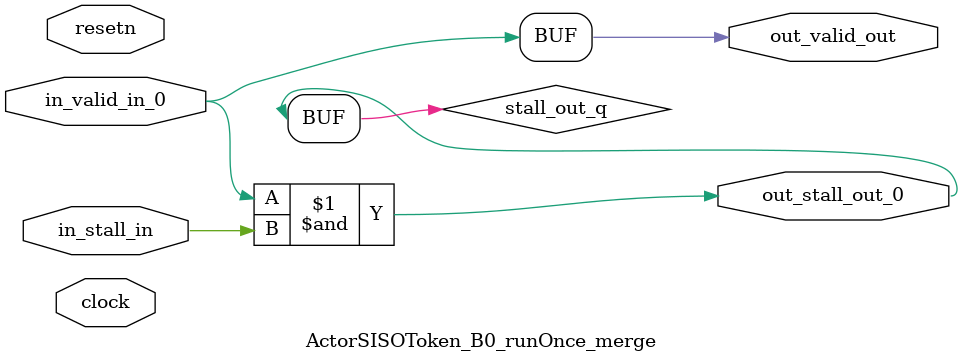
<source format=sv>



(* altera_attribute = "-name AUTO_SHIFT_REGISTER_RECOGNITION OFF; -name MESSAGE_DISABLE 10036; -name MESSAGE_DISABLE 10037; -name MESSAGE_DISABLE 14130; -name MESSAGE_DISABLE 14320; -name MESSAGE_DISABLE 15400; -name MESSAGE_DISABLE 14130; -name MESSAGE_DISABLE 10036; -name MESSAGE_DISABLE 12020; -name MESSAGE_DISABLE 12030; -name MESSAGE_DISABLE 12010; -name MESSAGE_DISABLE 12110; -name MESSAGE_DISABLE 14320; -name MESSAGE_DISABLE 13410; -name MESSAGE_DISABLE 113007; -name MESSAGE_DISABLE 10958" *)
module ActorSISOToken_B0_runOnce_merge (
    input wire [0:0] in_stall_in,
    input wire [0:0] in_valid_in_0,
    output wire [0:0] out_stall_out_0,
    output wire [0:0] out_valid_out,
    input wire clock,
    input wire resetn
    );

    wire [0:0] stall_out_q;


    // stall_out(LOGICAL,6)
    assign stall_out_q = in_valid_in_0 & in_stall_in;

    // out_stall_out_0(GPOUT,4)
    assign out_stall_out_0 = stall_out_q;

    // out_valid_out(GPOUT,5)
    assign out_valid_out = in_valid_in_0;

endmodule

</source>
